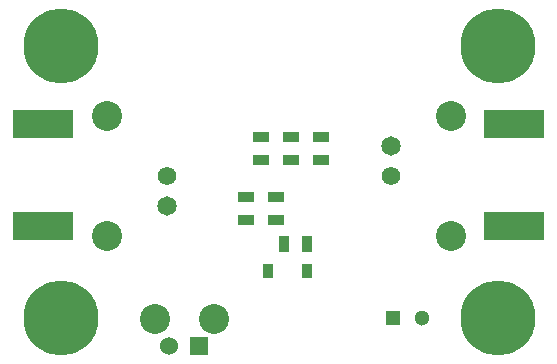
<source format=gbs>
G04 #@! TF.FileFunction,Soldermask,Bot*
%FSLAX46Y46*%
G04 Gerber Fmt 4.6, Leading zero omitted, Abs format (unit mm)*
G04 Created by KiCad (PCBNEW (after 2015-mar-04 BZR unknown)-product) date 2/18/2016 12:28:49 PM*
%MOMM*%
G01*
G04 APERTURE LIST*
%ADD10C,0.150000*%
%ADD11R,1.397000X0.889000*%
%ADD12C,2.540000*%
%ADD13C,6.350000*%
%ADD14R,5.080000X2.413000*%
%ADD15C,1.574800*%
%ADD16C,1.651000*%
%ADD17R,0.909320X1.219200*%
%ADD18R,0.889000X1.397000*%
%ADD19R,1.524000X1.524000*%
%ADD20C,1.524000*%
%ADD21R,1.300000X1.300000*%
%ADD22C,1.300000*%
G04 APERTURE END LIST*
D10*
D11*
X22225000Y-18732500D03*
X22225000Y-16827500D03*
X19685000Y-18732500D03*
X19685000Y-16827500D03*
X26035000Y-11747500D03*
X26035000Y-13652500D03*
X23495000Y-11747500D03*
X23495000Y-13652500D03*
X20955000Y-11747500D03*
X20955000Y-13652500D03*
D12*
X17018000Y-27178000D03*
X12018000Y-27178000D03*
D13*
X4000000Y-27030000D03*
X41000000Y-4030000D03*
X4000000Y-4030000D03*
D14*
X2540000Y-10668000D03*
X2540000Y-19304000D03*
D15*
X13000000Y-15030000D03*
D16*
X13000000Y-17570000D03*
D12*
X7920000Y-20110000D03*
X7920000Y-9950000D03*
D14*
X42418000Y-10668000D03*
X42418000Y-19304000D03*
D13*
X41000000Y-27030000D03*
D15*
X32000000Y-15030000D03*
D16*
X32000000Y-12490000D03*
D12*
X37080000Y-9950000D03*
X37080000Y-20110000D03*
D17*
X24876760Y-23114000D03*
X21605240Y-23114000D03*
D18*
X22923500Y-20828000D03*
X24828500Y-20828000D03*
D19*
X15748000Y-29464000D03*
D20*
X13208000Y-29464000D03*
D21*
X32131000Y-27051000D03*
D22*
X34631000Y-27051000D03*
M02*

</source>
